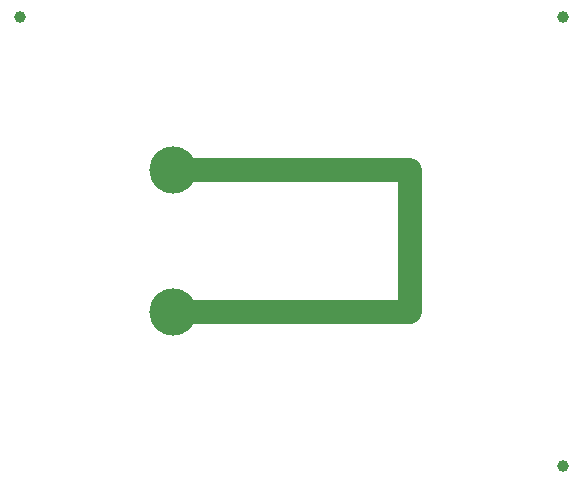
<source format=gtl>
%FSTAX24Y24*%
%MOMM*%
%ADD10C,2*%
%ADD11C,4*%
%ADD12C,1*%
%LPD*%
D10*
X18Y18D02*
G01*
X38D01*
Y3D01*
X18D01*
D11*
Y18D03*
Y3D03*
D12*
X05Y43D03*
X51Y05D03*
Y43D03*
M02*

</source>
